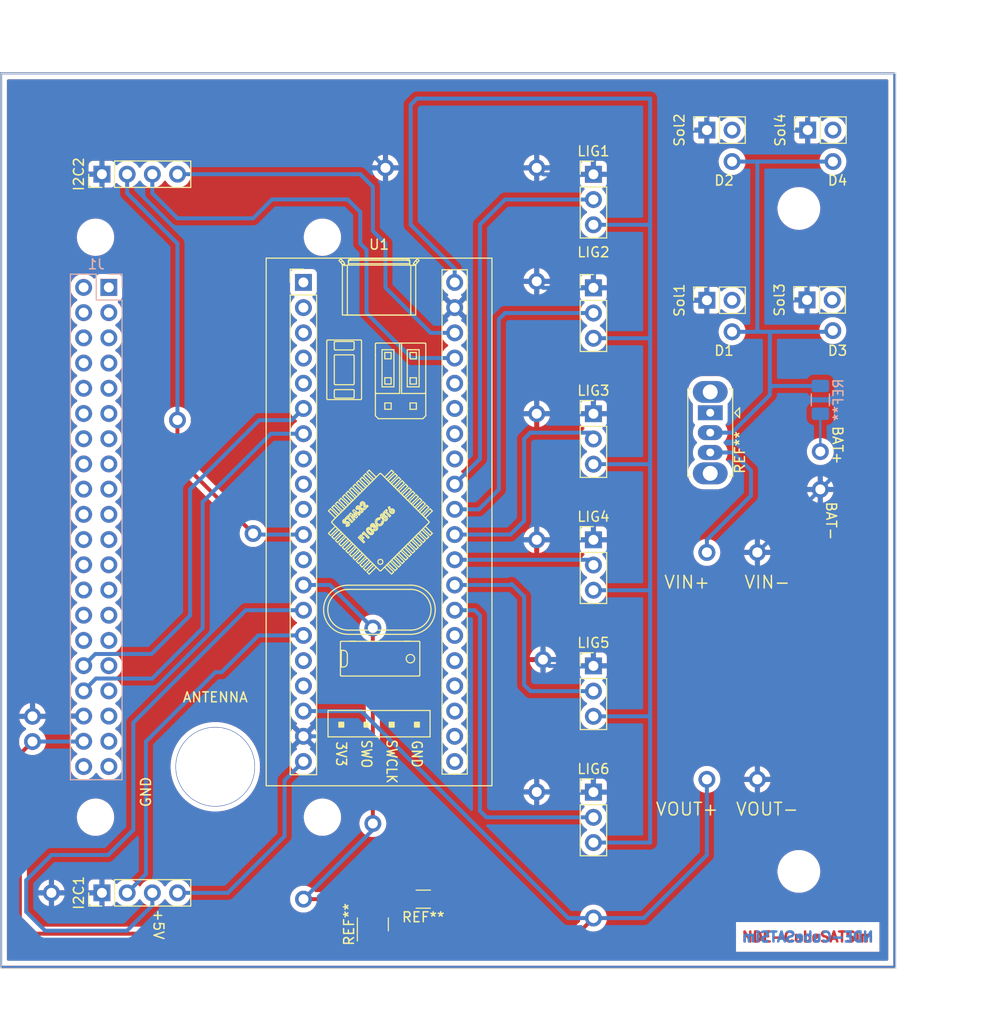
<source format=kicad_pcb>
(kicad_pcb (version 20211014) (generator pcbnew)
  (layers (0 "F.Cu" signal) (31 "B.Cu" signal) (34 "B.Paste" user) (35 "F.Paste" user) (36 "B.SilkS" user "B.Silkscreen") (37 "F.SilkS" user "F.Silkscreen") (38 "B.Mask" user) (39 "F.Mask" user) (44 "Edge.Cuts" user))
  (net 0 "")
  (net 20 "unconnected-(U1-Pad21)")
  (net 55 "GND")
  (net 56 "MCU")
  (footprint "" (layer "F.Cu") (at 44.45 28.575)
    (fp_text reference "" (at 0 0) (layer "F.SilkS") (effects (font (size 1.27 1.27))))
    (fp_text value "" (at 0 0) (layer "F.SilkS") (effects (font (size 1.27 1.27))))
    (pad "" np_thru_hole circle (at 0 0 90) (size 2.75 2.75) (drill 2.75) (layers F&B.Cu *.Mask))
  )
  (footprint "" (layer "F.Cu") (at 15.24 76.835)
    (fp_text reference "" (at 0 0) (layer "F.SilkS") (effects (font (size 1.27 1.27))))
    (fp_text value "" (at 0 0) (layer "F.SilkS") (effects (font (size 1.27 1.27))))
    (pad "" thru_hole oval (at 0 0 180) (size 1.7 1.7) (drill 1) (layers *.Cu *.Mask) (net 55 "GND"))
  )
  (footprint "" (layer "F.Cu") (at 21.59 28.575)
    (fp_text reference "" (at 0 0) (layer "F.SilkS") (effects (font (size 1.27 1.27))))
    (fp_text value "" (at 0 0) (layer "F.SilkS") (effects (font (size 1.27 1.27))))
    (pad "" np_thru_hole circle (at 0 0 90) (size 2.75 2.75) (drill 2.75) (layers F&B.Cu *.Mask))
  )
  (footprint "" (layer "F.Cu") (at 49.53 87.63)
    (fp_text reference "" (at 0 0) (layer "F.SilkS") (effects (font (size 1.27 1.27))))
    (fp_text value "" (at 0 0) (layer "F.SilkS") (effects (font (size 1.27 1.27))))
    (pad "" thru_hole oval (at 0 0 180) (size 1.7 1.7) (drill 1) (layers *.Cu *.Mask) (net 56 "MCU"))
  )
  (footprint "Connector_PinHeader_2.54mm:PinHeader_1x03_P2.54mm_Vertical" (layer "F.Cu") (at 71.755 71.755)
    (fp_text reference "LIG5" (at 0 -2.33) (layer "F.SilkS"))
    (fp_text value "PinHeader_1x03_P2.54mm_Vertical")
    (pad "1" thru_hole rect (at 0 0) (size 1.7 1.7) (drill 1) (layers *.Cu *.Mask) (net 55 "GND"))
    (pad "3" thru_hole oval (at 0 5.08) (size 1.7 1.7) (drill 1) (layers *.Cu *.Mask) (net 56 "MCU"))
    (pad "adc2" thru_hole oval (at 0 2.54) (size 1.7 1.7) (drill 1) (layers *.Cu *.Mask) (net 56 "MCU"))
  )
  (footprint "Connector_PinSocket_2.54mm:PinSocket_1x02_P2.54mm_Vertical" (layer "F.Cu") (at 93.345 17.78 90)
    (fp_text reference "Sol4" (at 0 -2.77 90) (layer "F.SilkS"))
    (fp_text value "PinSocket_1x02_P2.54mm_Vertical")
    (pad "1" thru_hole rect (at 0 0 90) (size 1.7 1.7) (drill 1) (layers *.Cu *.Mask) (net 55 "GND"))
    (pad "2" thru_hole oval (at 0 2.54 90) (size 1.7 1.7) (drill 1) (layers *.Cu *.Mask))
  )
  (footprint "" (layer "F.Cu") (at 85.725 38.1)
    (fp_text reference "" (at 0 0) (layer "F.SilkS") (effects (font (size 1.27 1.27))))
    (fp_text value "" (at 0 0) (layer "F.SilkS") (effects (font (size 1.27 1.27))))
    (pad "" thru_hole oval (at 0 0 180) (size 1.7 1.7) (drill 1) (layers *.Cu *.Mask) (net 56 "MCU"))
  )
  (footprint "" (layer "F.Cu") (at 66.04 84.455)
    (fp_text reference "" (at 0 0) (layer "F.SilkS") (effects (font (size 1.27 1.27))))
    (fp_text value "" (at 0 0) (layer "F.SilkS") (effects (font (size 1.27 1.27))))
    (pad "" thru_hole oval (at 0 0 180) (size 1.7 1.7) (drill 1) (layers *.Cu *.Mask) (net 55 "GND"))
  )
  (footprint "Connector_PinHeader_2.54mm:PinHeader_1x04_P2.54mm_Vertical" (layer "F.Cu") (at 22.235 94.615 90)
    (fp_text reference "I2C1" (at 0 -2.33 90) (layer "F.SilkS"))
    (fp_text value "PinHeader_1x04_P2.54mm_Vertical")
    (pad "1" thru_hole rect (at 0 0 90) (size 1.7 1.7) (drill 1) (layers *.Cu *.Mask) (net 55 "GND"))
    (pad "2" thru_hole oval (at 0 2.54 90) (size 1.7 1.7) (drill 1) (layers *.Cu *.Mask) (net 56 "MCU"))
    (pad "3" thru_hole oval (at 0 5.08 90) (size 1.7 1.7) (drill 1) (layers *.Cu *.Mask) (net 56 "MCU"))
    (pad "4" thru_hole oval (at 0 7.62 90) (size 1.7 1.7) (drill 1) (layers *.Cu *.Mask) (net 56 "MCU"))
  )
  (footprint "" (layer "F.Cu") (at 66.04 33.02)
    (fp_text reference "" (at 0 0) (layer "F.SilkS") (effects (font (size 1.27 1.27))))
    (fp_text value "" (at 0 0) (layer "F.SilkS") (effects (font (size 1.27 1.27))))
    (pad "" thru_hole oval (at 0 0 180) (size 1.7 1.7) (drill 1) (layers *.Cu *.Mask) (net 55 "GND"))
  )
  (footprint "Connector_PinHeader_2.54mm:PinHeader_1x03_P2.54mm_Vertical" (layer "F.Cu") (at 71.755 33.67)
    (fp_text reference "LIG2" (at 0 -3.585) (layer "F.SilkS"))
    (fp_text value "PinHeader_1x03_P2.54mm_Vertical")
    (pad "1" thru_hole rect (at 0 0) (size 1.7 1.7) (drill 1) (layers *.Cu *.Mask) (net 55 "GND"))
    (pad "3" thru_hole oval (at 0 5.08) (size 1.7 1.7) (drill 1) (layers *.Cu *.Mask) (net 56 "MCU"))
    (pad "adc5" thru_hole oval (at 0 2.54) (size 1.7 1.7) (drill 1) (layers *.Cu *.Mask) (net 56 "MCU"))
  )
  (footprint "" (layer "F.Cu") (at 83.185 60.325)
    (fp_text reference "" (at 0 0) (layer "F.SilkS") (effects (font (size 1.27 1.27))))
    (fp_text value "VIN+" (at -2 3) (layer "F.SilkS") (effects (font (size 1.27 1.27))))
    (pad "" thru_hole oval (at 0 0 180) (size 1.7 1.7) (drill 1) (layers *.Cu *.Mask) (net 56 "MCU"))
  )
  (footprint "" (layer "F.Cu") (at 66.04 59.055)
    (fp_text reference "" (at 0 0) (layer "F.SilkS") (effects (font (size 1.27 1.27))))
    (fp_text value "" (at 0 0) (layer "F.SilkS") (effects (font (size 1.27 1.27))))
    (pad "" thru_hole oval (at 0 0 180) (size 1.7 1.7) (drill 1) (layers *.Cu *.Mask) (net 55 "GND"))
  )
  (footprint "" (layer "F.Cu") (at 83.185 83.185)
    (fp_text reference "" (at 0 0) (layer "F.SilkS") (effects (font (size 1.27 1.27))))
    (fp_text value "VOUT+" (at -2 3) (layer "F.SilkS") (effects (font (size 1.27 1.27))))
    (pad "vbat" thru_hole oval (at 0 0 180) (size 1.7 1.7) (drill 1) (layers *.Cu *.Mask) (net 56 "MCU"))
  )
  (footprint "" (layer "F.Cu") (at 85.725 20.955)
    (fp_text reference "" (at 0 0) (layer "F.SilkS") (effects (font (size 1.27 1.27))))
    (fp_text value "" (at 0 0) (layer "F.SilkS") (effects (font (size 1.27 1.27))))
    (pad "" thru_hole oval (at 0 0 180) (size 1.7 1.7) (drill 1) (layers *.Cu *.Mask) (net 56 "MCU"))
  )
  (footprint "" (layer "F.Cu") (at 21.59 86.995)
    (fp_text reference "" (at 0 0) (layer "F.SilkS") (effects (font (size 1.27 1.27))))
    (fp_text value "" (at 0 0) (layer "F.SilkS") (effects (font (size 1.27 1.27))))
    (pad "" np_thru_hole circle (at 0 0 90) (size 2.75 2.75) (drill 2.75) (layers F&B.Cu *.Mask))
  )
  (footprint "Package_TO_SOT_SMD:SOT-23" (layer "F.Cu") (at 49.53 97.79 90)
    (fp_text reference "REF**" (at 0 -2.4 90) (layer "F.SilkS"))
    (fp_text value "SOT-23")
    (pad "1" smd roundrect (at -0.9375 -0.95 90) (size 1.475 0.6) (layers "F.Cu" "F.Paste" "F.Mask") (net 56 "MCU"))
    (pad "2" smd roundrect (at -0.9375 0.95 90) (size 1.475 0.6) (layers "F.Cu" "F.Paste" "F.Mask") (net 56 "MCU"))
    (pad "3" smd roundrect (at 0.9375 0 90) (size 1.475 0.6) (layers "F.Cu" "F.Paste" "F.Mask") (net 56 "MCU"))
  )
  (footprint "" (layer "F.Cu") (at 15.24 79.375)
    (fp_text reference "" (at 0 0) (layer "F.SilkS") (effects (font (size 1.27 1.27))))
    (fp_text value "" (at 0 0) (layer "F.SilkS") (effects (font (size 1.27 1.27))))
    (pad "" thru_hole oval (at 0 0 180) (size 1.7 1.7) (drill 1) (layers *.Cu *.Mask) (net 56 "MCU"))
  )
  (footprint "Connector_PinSocket_2.54mm:PinSocket_1x02_P2.54mm_Vertical" (layer "F.Cu") (at 93.271879 34.890293 90)
    (fp_text reference "Sol3" (at 0 -2.77 90) (layer "F.SilkS"))
    (fp_text value "PinSocket_1x02_P2.54mm_Vertical")
    (pad "1" thru_hole rect (at 0 0 90) (size 1.7 1.7) (drill 1) (layers *.Cu *.Mask) (net 55 "GND"))
    (pad "2" thru_hole oval (at 0 2.54 90) (size 1.7 1.7) (drill 1) (layers *.Cu *.Mask))
  )
  (footprint "" (layer "F.Cu") (at 88.265 83.185)
    (fp_text reference "" (at 0 0) (layer "F.SilkS") (effects (font (size 1.27 1.27))))
    (fp_text value "VOUT-" (at 1 3) (layer "F.SilkS") (effects (font (size 1.27 1.27))))
    (pad "bat_gnd" thru_hole oval (at 0 0 180) (size 1.7 1.7) (drill 1) (layers *.Cu *.Mask) (net 55 "GND"))
  )
  (footprint "" (layer "F.Cu") (at 29.845 46.99)
    (fp_text reference "" (at 0 0) (layer "F.SilkS") (effects (font (size 1.27 1.27))))
    (fp_text value "" (at 0 0) (layer "F.SilkS") (effects (font (size 1.27 1.27))))
    (pad "" thru_hole oval (at 0 0 180) (size 1.7 1.7) (drill 1) (layers *.Cu *.Mask) (net 56 "MCU"))
  )
  (footprint "" (layer "F.Cu") (at 83.185 60.325)
    (fp_text reference "" (at 0 0) (layer "F.SilkS") (effects (font (size 1.27 1.27))))
    (fp_text value "" (at 0 0) (layer "F.SilkS") (effects (font (size 1.27 1.27))))
    (pad "" thru_hole oval (at 0 0 180) (size 1.7 1.7) (drill 1) (layers *.Cu *.Mask) (net 56 "MCU"))
  )
  (footprint "" (layer "F.Cu") (at 44.45 86.995)
    (fp_text reference "" (at 0 0) (layer "F.SilkS") (effects (font (size 1.27 1.27))))
    (fp_text value "" (at 0 0) (layer "F.SilkS") (effects (font (size 1.27 1.27))))
    (pad "" np_thru_hole circle (at 0 0 90) (size 2.75 2.75) (drill 2.75) (layers F&B.Cu *.Mask))
  )
  (footprint "Connector_PinHeader_2.54mm:PinHeader_1x03_P2.54mm_Vertical" (layer "F.Cu") (at 71.755 84.47)
    (fp_text reference "LIG6" (at 0 -2.33) (layer "F.SilkS"))
    (fp_text value "PinHeader_1x03_P2.54mm_Vertical")
    (pad "1" thru_hole rect (at 0 0) (size 1.7 1.7) (drill 1) (layers *.Cu *.Mask) (net 55 "GND"))
    (pad "3" thru_hole oval (at 0 5.08) (size 1.7 1.7) (drill 1) (layers *.Cu *.Mask) (net 56 "MCU"))
    (pad "adc1" thru_hole oval (at 0 2.54) (size 1.7 1.7) (drill 1) (layers *.Cu *.Mask) (net 56 "MCU"))
  )
  (footprint "Connector_PinHeader_2.54mm:PinHeader_1x03_P2.54mm_Vertical" (layer "F.Cu") (at 71.755 59.055)
    (fp_text reference "LIG4" (at 0 -2.33) (layer "F.SilkS"))
    (fp_text value "PinHeader_1x03_P2.54mm_Vertical")
    (pad "1" thru_hole rect (at 0 0) (size 1.7 1.7) (drill 1) (layers *.Cu *.Mask) (net 55 "GND"))
    (pad "3" thru_hole oval (at 0 5.08) (size 1.7 1.7) (drill 1) (layers *.Cu *.Mask) (net 56 "MCU"))
    (pad "adc3" thru_hole oval (at 0 2.54) (size 1.7 1.7) (drill 1) (layers *.Cu *.Mask) (net 56 "MCU"))
  )
  (footprint "" (layer "F.Cu") (at 94.615 53.975)
    (fp_text reference "" (at 0 0) (layer "F.SilkS") (effects (font (size 1.27 1.27))))
    (fp_text value "" (at 0 0) (layer "F.SilkS") (effects (font (size 1.27 1.27))))
    (pad "" thru_hole oval (at 0 0 180) (size 1.7 1.7) (drill 1) (layers *.Cu *.Mask) (net 55 "GND"))
  )
  (footprint "" (layer "F.Cu") (at 88.265 60.325)
    (fp_text reference "" (at 0 0) (layer "F.SilkS") (effects (font (size 1.27 1.27))))
    (fp_text value "VIN-" (at 1 3) (layer "F.SilkS") (effects (font (size 1.27 1.27))))
    (pad "" thru_hole oval (at 0 0 180) (size 1.7 1.7) (drill 1) (layers *.Cu *.Mask) (net 55 "GND"))
  )
  (footprint "" (layer "F.Cu") (at 94.615 50.165)
    (fp_text reference "" (at 0 0) (layer "F.SilkS") (effects (font (size 1.27 1.27))))
    (fp_text value "" (at 0 0) (layer "F.SilkS") (effects (font (size 1.27 1.27))))
    (pad "" thru_hole oval (at 0 0 180) (size 1.7 1.7) (drill 1) (layers *.Cu *.Mask) (net 56 "MCU"))
  )
  (footprint "Connector_PinSocket_2.54mm:PinSocket_1x02_P2.54mm_Vertical" (layer "F.Cu") (at 83.185 17.78 90)
    (fp_text reference "Sol2" (at 0 -2.77 90) (layer "F.SilkS"))
    (fp_text value "PinSocket_1x02_P2.54mm_Vertical")
    (pad "1" thru_hole rect (at 0 0 90) (size 1.7 1.7) (drill 1) (layers *.Cu *.Mask) (net 55 "GND"))
    (pad "2" thru_hole oval (at 0 2.54 90) (size 1.7 1.7) (drill 1) (layers *.Cu *.Mask))
  )
  (footprint "MountingHole:MountingHole_6mm_Pad_TopOnly" (layer "F.Cu") (at 33.655 81.915)
    (fp_text reference "ANTENNA" (at 0 -7) (layer "F.SilkS"))
    (fp_text value "MountingHole_6mm_Pad_TopOnly")
    (pad "1" connect circle (at 0 0) (size 6 6) (layers *.Mask "F.Cu"))
    (pad "1" thru_hole circle (at 0 0) (size 8 8) (drill 7.9) (layers *.Cu *.Mask))
  )
  (footprint "Footprints:YAAJ_BluePill_1" (layer "F.Cu") (at 42.535 33.125)
    (fp_text reference "U1" (at 7.62 -3.81) (layer "F.SilkS"))
    (fp_text value "STM32F405RGTx" hide)
    (fp_text user "SWCLK" (at 8.89 48.26 270 unlocked) (layer "F.SilkS") (effects (font (size 1 0.9))))
    (fp_text user "3V3" (at 3.81 47.498 270 unlocked) (layer "F.SilkS") (effects (font (size 1 0.9))))
    (fp_text user "GND" (at 11.43 47.498 270 unlocked) (layer "F.SilkS") (effects (font (size 1 0.9))))
    (fp_text user "SWO" (at 6.35 47.498 270 unlocked) (layer "F.SilkS") (effects (font (size 1 0.9))))
    (pad "1" thru_hole rect locked (at 0 0) (size 1.7 1.7) (drill 1) (layers *.Cu *.Mask))
    (pad "2" thru_hole circle locked (at 0 2.54) (size 1.7 1.7) (drill 1) (layers *.Cu *.Mask))
    (pad "3" thru_hole circle locked (at 0 5.08) (size 1.7 1.7) (drill 1) (layers *.Cu *.Mask))
    (pad "4" thru_hole circle locked (at 0 7.62) (size 1.7 1.7) (drill 1) (layers *.Cu *.Mask))
    (pad "5" thru_hole circle locked (at 0 10.16) (size 1.7 1.7) (drill 1) (layers *.Cu *.Mask))
    (pad "6" thru_hole circle locked (at 0 12.7) (size 1.7 1.7) (drill 1) (layers *.Cu *.Mask) (net 56 "MCU"))
    (pad "7" thru_hole circle locked (at 0 15.24) (size 1.7 1.7) (drill 1) (layers *.Cu *.Mask) (net 56 "MCU"))
    (pad "8" thru_hole circle locked (at 0 17.78) (size 1.7 1.7) (drill 1) (layers *.Cu *.Mask))
    (pad "9" thru_hole circle locked (at 0 20.32) (size 1.7 1.7) (drill 1) (layers *.Cu *.Mask))
    (pad "10" thru_hole circle locked (at 0 22.86) (size 1.7 1.7) (drill 1) (layers *.Cu *.Mask))
    (pad "12" thru_hole circle locked (at 0 27.94) (size 1.7 1.7) (drill 1) (layers *.Cu *.Mask))
    (pad "13" thru_hole circle locked (at 0 30.48) (size 1.7 1.7) (drill 1) (layers *.Cu *.Mask) (net 56 "MCU"))
    (pad "16" thru_hole circle locked (at 0 38.1) (size 1.7 1.7) (drill 1) (layers *.Cu *.Mask))
    (pad "17" thru_hole circle locked (at 0 40.64) (size 1.7 1.7) (drill 1) (layers *.Cu *.Mask))
    (pad "18" thru_hole circle locked (at 0 43.18) (size 1.7 1.7) (drill 1) (layers *.Cu *.Mask) (net 56 "MCU"))
    (pad "20" thru_hole circle locked (at 0 48.26) (size 1.7 1.7) (drill 1) (layers *.Cu *.Mask) (net 56 "MCU"))
    (pad "22" thru_hole circle locked (at 15.24 45.72) (size 1.7 1.7) (drill 1) (layers *.Cu *.Mask))
    (pad "23" thru_hole circle locked (at 15.24 43.18) (size 1.7 1.7) (drill 1) (layers *.Cu *.Mask))
    (pad "24" thru_hole circle locked (at 15.24 40.64) (size 1.7 1.7) (drill 1) (layers *.Cu *.Mask))
    (pad "25" thru_hole circle locked (at 15.24 38.1) (size 1.7 1.7) (drill 1) (layers *.Cu *.Mask))
    (pad "26" thru_hole circle locked (at 15.24 35.56) (size 1.7 1.7) (drill 1) (layers *.Cu *.Mask))
    (pad "27" thru_hole circle locked (at 15.24 33.02) (size 1.7 1.7) (drill 1) (layers *.Cu *.Mask) (net 56 "MCU"))
    (pad "28" thru_hole circle locked (at 15.24 30.48) (size 1.7 1.7) (drill 1) (layers *.Cu *.Mask) (net 56 "MCU"))
    (pad "29" thru_hole circle locked (at 15.24 27.94) (size 1.7 1.7) (drill 1) (layers *.Cu *.Mask) (net 56 "MCU"))
    (pad "30" thru_hole circle locked (at 15.24 25.4) (size 1.7 1.7) (drill 1) (layers *.Cu *.Mask) (net 56 "MCU"))
    (pad "31" thru_hole circle locked (at 15.24 22.86) (size 1.7 1.7) (drill 1) (layers *.Cu *.Mask) (net 56 "MCU"))
    (pad "32" thru_hole circle locked (at 15.24 20.32) (size 1.7 1.7) (drill 1) (layers *.Cu *.Mask) (net 56 "MCU"))
    (pad "33" thru_hole circle locked (at 15.24 17.78) (size 1.7 1.7) (drill 1) (layers *.Cu *.Mask))
    (pad "34" thru_hole circle locked (at 15.24 15.24) (size 1.7 1.7) (drill 1) (layers *.Cu *.Mask))
    (pad "35" thru_hole circle locked (at 15.24 12.7) (size 1.7 1.7) (drill 1) (layers *.Cu *.Mask))
    (pad "36" thru_hole circle locked (at 15.24 10.16) (size 1.7 1.7) (drill 1) (layers *.Cu *.Mask))
    (pad "38" thru_hole circle locked (at 15.24 5.08) (size 1.7 1.7) (drill 1) (layers *.Cu *.Mask) (net 56 "MCU"))
    (pad "40" thru_hole circle locked (at 15.24 0) (size 1.7 1.7) (drill 1) (layers *.Cu *.Mask) (net 56 "MCU"))
    (pad "gnd" thru_hole circle locked (at 0 45.72) (size 1.7 1.7) (drill 1) (layers *.Cu *.Mask) (net 55 "GND"))
    (pad "gnd" thru_hole circle locked (at 15.24 2.54) (size 1.7 1.7) (drill 1) (layers *.Cu *.Mask) (net 55 "GND"))
    (pad "scl1" thru_hole circle locked (at 0 33.02) (size 1.7 1.7) (drill 1) (layers *.Cu *.Mask) (net 56 "MCU"))
    (pad "scl2" thru_hole circle locked (at 15.24 7.62) (size 1.7 1.7) (drill 1) (layers *.Cu *.Mask) (net 56 "MCU"))
    (pad "sda1" thru_hole circle locked (at 0 35.56) (size 1.7 1.7) (drill 1) (layers *.Cu *.Mask) (net 56 "MCU"))
    (pad "sda2" thru_hole circle locked (at 0 25.4) (size 1.7 1.7) (drill 1) (layers *.Cu *.Mask) (net 56 "MCU"))
    (pad "vbat" thru_hole circle locked (at 15.24 48.26) (size 1.7 1.7) (drill 1) (layers *.Cu *.Mask))
  )
  (footprint "" (layer "F.Cu") (at 88.265 60.325)
    (fp_text reference "" (at 0 0) (layer "F.SilkS") (effects (font (size 1.27 1.27))))
    (fp_text value "" (at 0 0) (layer "F.SilkS") (effects (font (size 1.27 1.27))))
    (pad "" thru_hole oval (at 0 0 180) (size 1.7 1.7) (drill 1) (layers *.Cu *.Mask) (net 55 "GND"))
  )
  (footprint "" (layer "F.Cu") (at 66.04 46.355)
    (fp_text reference "" (at 0 0) (layer "F.SilkS") (effects (font (size 1.27 1.27))))
    (fp_text value "" (at 0 0) (layer "F.SilkS") (effects (font (size 1.27 1.27))))
    (pad "" thru_hole oval (at 0 0 180) (size 1.7 1.7) (drill 1) (layers *.Cu *.Mask) (net 55 "GND"))
  )
  (footprint "" (layer "F.Cu") (at 111.38 81.64)
    (fp_text reference "" (at 0 0) (layer "F.SilkS") (effects (font (size 1.27 1.27))))
    (fp_text value "" (at 0 0) (layer "F.SilkS") (effects (font (size 1.27 1.27))))
    (pad "" np_thru_hole circle (at -18.925 -55.965 90) (size 3.3 3.3) (drill 3.3) (layers F&B.Cu *.Mask))
  )
  (footprint "" (layer "F.Cu") (at 71.755 97.155)
    (fp_text reference "" (at 0 0) (layer "F.SilkS") (effects (font (size 1.27 1.27))))
    (fp_text value "" (at 0 0) (layer "F.SilkS") (effects (font (size 1.27 1.27))))
    (pad "" thru_hole oval (at 0 0 180) (size 1.7 1.7) (drill 1) (layers *.Cu *.Mask) (net 56 "MCU"))
  )
  (footprint "" (layer "F.Cu") (at 37.465 58.42)
    (fp_text reference "" (at 0 0) (layer "F.SilkS") (effects (font (size 1.27 1.27))))
    (fp_text value "" (at 0 0) (layer "F.SilkS") (effects (font (size 1.27 1.27))))
    (pad "" thru_hole oval (at 0 0 180) (size 1.7 1.7) (drill 1) (layers *.Cu *.Mask) (net 56 "MCU"))
  )
  (footprint "Resistor_SMD:R_1206_3216Metric" (layer "F.Cu") (at 54.61 95.25 180)
    (fp_text reference "REF**" (at 0 -1.82) (layer "F.SilkS"))
    (fp_text value "R_1206_3216Metric")
    (pad "1" smd roundrect (at -1.4625 0 180) (size 1.125 1.75) (layers "F.Cu" "F.Paste" "F.Mask") (roundrect_rratio 0.2222222222) (net 56 "MCU"))
    (pad "2" smd roundrect (at 1.4625 0 180) (size 1.125 1.75) (layers "F.Cu" "F.Paste" "F.Mask") (roundrect_rratio 0.2222222222) (net 56 "MCU"))
  )
  (footprint "" (layer "F.Cu") (at 42.545 95.25)
    (fp_text reference "" (at 0 0) (layer "F.SilkS") (effects (font (size 1.27 1.27))))
    (fp_text value "" (at 0 0) (layer "F.SilkS") (effects (font (size 1.27 1.27))))
    (pad "" thru_hole oval (at 0 0 180) (size 1.7 1.7) (drill 1) (layers *.Cu *.Mask) (net 56 "MCU"))
  )
  (footprint "" (layer "F.Cu") (at 95.874031 37.981387)
    (fp_text reference "" (at 0 0) (layer "F.SilkS") (effects (font (size 1.27 1.27))))
    (fp_text value "" (at 0 0) (layer "F.SilkS") (effects (font (size 1.27 1.27))))
    (pad "" thru_hole oval (at 0 0 180) (size 1.7 1.7) (drill 1) (layers *.Cu *.Mask) (net 56 "MCU"))
  )
  (footprint "Connector_PinSocket_2.54mm:PinSocket_1x02_P2.54mm_Vertical" (layer "F.Cu") (at 83.185 34.925 90)
    (fp_text reference "Sol1" (at 0 -2.77 90) (layer "F.SilkS"))
    (fp_text value "PinSocket_1x02_P2.54mm_Vertical")
    (pad "1" thru_hole rect (at 0 0 90) (size 1.7 1.7) (drill 1) (layers *.Cu *.Mask) (net 55 "GND"))
    (pad "2" thru_hole oval (at 0 2.54 90) (size 1.7 1.7) (drill 1) (layers *.Cu *.Mask))
  )
  (footprint "" (layer "F.Cu") (at 49.53 67.945)
    (fp_text reference "" (at 0 0) (layer "F.SilkS") (effects (font (size 1.27 1.27))))
    (fp_text value "" (at 0 0) (layer "F.SilkS") (effects (font (size 1.27 1.27))))
    (pad "vbat" thru_hole oval (at 0 0 180) (size 1.7 1.7) (drill 1) (layers *.Cu *.Mask) (net 56 "MCU"))
  )
  (footprint "Connector_PinHeader_2.54mm:PinHeader_1x03_P2.54mm_Vertical" (layer "F.Cu") (at 71.755 22.24)
    (fp_text reference "LIG1" (at 0 -2.33) (layer "F.SilkS"))
    (fp_text value "PinHeader_1x03_P2.54mm_Vertical")
    (pad "1" thru_hole rect (at 0 0) (size 1.7 1.7) (drill 1) (layers *.Cu *.Mask) (net 55 "GND"))
    (pad "3" thru_hole oval (at 0 5.08) (size 1.7 1.7) (drill 1) (layers *.Cu *.Mask) (net 56 "MCU"))
    (pad "adc6" thru_hole oval (at 0 2.54) (size 1.7 1.7) (drill 1) (layers *.Cu *.Mask) (net 56 "MCU"))
  )
  (footprint "" (layer "F.Cu") (at 66.675 71.12)
    (fp_text reference "" (at 0 0) (layer "F.SilkS") (effects (font (size 1.27 1.27))))
    (fp_text value "" (at 0 0) (layer "F.SilkS") (effects (font (size 1.27 1.27))))
    (pad "" thru_hole oval (at 0 0 180) (size 1.7 1.7) (drill 1) (layers *.Cu *.Mask) (net 55 "GND"))
  )
  (footprint "" (layer "F.Cu") (at 95.885 20.955)
    (fp_text reference "" (at 0 0) (layer "F.SilkS") (effects (font (size 1.27 1.27))))
    (fp_text value "" (at 0 0) (layer "F.SilkS") (effects (font (size 1.27 1.27))))
    (pad "" thru_hole oval (at 0 0 180) (size 1.7 1.7) (drill 1) (layers *.Cu *.Mask) (net 56 "MCU"))
  )
  (footprint "" (layer "F.Cu") (at 17.145 18.415)
    (fp_text reference "" (at 0 0) (layer "F.SilkS") (effects (font (size 1.27 1.27))))
    (fp_text value "" (at 0 0) (layer "F.SilkS") (effects (font (size 1.27 1.27))))
    (pad "" np_thru_hole circle (at 75.31 74.04 90) (size 3.3 3.3) (drill 3.3) (layers F&B.Cu *.Mask))
  )
  (footprint "Connector_PinHeader_2.54mm:PinHeader_1x03_P2.54mm_Vertical" (layer "F.Cu") (at 71.755 46.355)
    (fp_text reference "LIG3" (at 0 -2.33) (layer "F.SilkS"))
    (fp_text value "PinHeader_1x03_P2.54mm_Vertical")
    (pad "1" thru_hole rect (at 0 0) (size 1.7 1.7) (drill 1) (layers *.Cu *.Mask) (net 55 "GND"))
    (pad "3" thru_hole oval (at 0 5.08) (size 1.7 1.7) (drill 1) (layers *.Cu *.Mask) (net 56 "MCU"))
    (pad "adc4" thru_hole oval (at 0 2.54) (size 1.7 1.7) (drill 1) (layers *.Cu *.Mask) (net 56 "MCU"))
  )
  (footprint "" (layer "F.Cu") (at 66.04 21.59)
    (fp_text reference "" (at 0 0) (layer "F.SilkS") (effects (font (size 1.27 1.27))))
    (fp_text value "" (at 0 0) (layer "F.SilkS") (effects (font (size 1.27 1.27))))
    (pad "" thru_hole oval (at 0 0 180) (size 1.7 1.7) (drill 1) (layers *.Cu *.Mask) (net 55 "GND"))
  )
  (footprint "Connector_PinHeader_2.54mm:PinHeader_1x04_P2.54mm_Vertical" (layer "F.Cu") (at 22.235 22.225 90)
    (fp_text reference "I2C2" (at 0 -2.33 90) (layer "F.SilkS"))
    (fp_text value "PinHeader_1x04_P2.54mm_Vertical")
    (pad "1" thru_hole rect (at 0 0 90) (size 1.7 1.7) (drill 1) (layers *.Cu *.Mask) (net 55 "GND"))
    (pad "2" thru_hole oval (at 0 2.54 90) (size 1.7 1.7) (drill 1) (layers *.Cu *.Mask) (net 56 "MCU"))
    (pad "3" thru_hole oval (at 0 5.08 90) (size 1.7 1.7) (drill 1) (layers *.Cu *.Mask) (net 56 "MCU"))
    (pad "4" thru_hole oval (at 0 7.62 90) (size 1.7 1.7) (drill 1) (layers *.Cu *.Mask) (net 56 "MCU"))
  )
  (footprint "" (layer "F.Cu") (at 50.8 21.59)
    (fp_text reference "" (at 0 0) (layer "F.SilkS") (effects (font (size 1.27 1.27))))
    (fp_text value "" (at 0 0) (layer "F.SilkS") (effects (font (size 1.27 1.27))))
    (pad "" thru_hole oval (at 0 0 180) (size 1.7 1.7) (drill 1) (layers *.Cu *.Mask) (net 55 "GND"))
  )
  (footprint "Button_Switch_THT:SW_Slide_1P2T_CK_OS102011MS2Q" (layer "F.Cu") (at 83.5225 46.26 -90)
    (fp_text reference "REF**" (at 3.99 -2.99 90) (layer "F.SilkS"))
    (fp_text value "SW_Slide_1P2T_CK_OS102011MS2Q")
    (pad "" thru_hole oval (at -2.1 0 270) (size 2.2 3.5) (drill 1.5) (layers *.Cu *.Mask) (net 56 "MCU"))
    (pad "" thru_hole oval (at 6.1 0 270) (size 2.2 3.5) (drill 1.5) (layers *.Cu *.Mask) (net 56 "MCU"))
    (pad "1" thru_hole rect (at 0 0 270) (size 1.5 2.5) (drill 0.8) (layers *.Cu *.Mask) (net 56 "MCU"))
    (pad "2" thru_hole oval (at 2 0 270) (size 1.5 2.5) (drill 0.8) (layers *.Cu *.Mask) (net 56 "MCU"))
    (pad "3" thru_hole oval (at 4 0 270) (size 1.5 2.5) (drill 0.8) (layers *.Cu *.Mask) (net 56 "MCU"))
  )
  (footprint "" (layer "F.Cu") (at 17.145 94.615)
    (fp_text reference "" (at 0 0) (layer "F.SilkS") (effects (font (size 1.27 1.27))))
    (fp_text value "" (at 0 0) (layer "F.SilkS") (effects (font (size 1.27 1.27))))
    (pad "" thru_hole oval (at 0 0 180) (size 1.7 1.7) (drill 1) (layers *.Cu *.Mask) (net 55 "GND"))
  )
  (footprint "Connector_PinHeader_2.54mm:PinHeader_2x20_P2.54mm_Vertical" (layer "B.Cu") (at 22.93 33.63 180)
    (fp_text reference "J1" (at 1.27 2.33) (layer "B.SilkS") (effects (justify mirror)))
    (fp_text value "Conn_02x20_Top_Bottom")
    (pad "1" thru_hole rect (at 0 0 180) (size 1.7 1.7) (drill 1) (layers *.Cu *.Mask))
    (pad "2" thru_hole oval (at 2.54 0 180) (size 1.7 1.7) (drill 1) (layers *.Cu *.Mask))
    (pad "3" thru_hole oval (at 0 -2.54 180) (size 1.7 1.7) (drill 1) (layers *.Cu *.Mask))
    (pad "4" thru_hole oval (at 2.54 -2.54 180) (size 1.7 1.7) (drill 1) (layers *.Cu *.Mask))
    (pad "5" thru_hole oval (at 0 -5.08 180) (size 1.7 1.7) (drill 1) (layers *.Cu *.Mask))
    (pad "6" thru_hole oval (at 2.54 -5.08 180) (size 1.7 1.7) (drill 1) (layers *.Cu *.Mask))
    (pad "7" thru_hole oval (at 0 -7.62 180) (size 1.7 1.7) (drill 1) (layers *.Cu *.Mask))
    (pad "8" thru_hole oval (at 2.54 -7.62 180) (size 1.7 1.7) (drill 1) (layers *.Cu *.Mask))
    (pad "9" thru_hole oval (at 0 -10.16 180) (size 1.7 1.7) (drill 1) (layers *.Cu *.Mask))
    (pad "10" thru_hole oval (at 2.54 -10.16 180) (size 1.7 1.7) (drill 1) (layers *.Cu *.Mask))
    (pad "11" thru_hole oval (at 0 -12.7 180) (size 1.7 1.7) (drill 1) (layers *.Cu *.Mask))
    (pad "12" thru_hole oval (at 2.54 -12.7 180) (size 1.7 1.7) (drill 1) (layers *.Cu *.Mask))
    (pad "13" thru_hole oval (at 0 -15.24 180) (size 1.7 1.7) (drill 1) (layers *.Cu *.Mask))
    (pad "14" thru_hole oval (at 2.54 -15.24 180) (size 1.7 1.7) (drill 1) (layers *.Cu *.Mask))
    (pad "15" thru_hole oval (at 0 -17.78 180) (size 1.7 1.7) (drill 1) (layers *.Cu *.Mask))
    (pad "16" thru_hole oval (at 2.54 -17.78 180) (size 1.7 1.7) (drill 1) (layers *.Cu *.Mask))
    (pad "17" thru_hole oval (at 0 -20.32 180) (size 1.7 1.7) (drill 1) (layers *.Cu *.Mask))
    (pad "18" thru_hole oval (at 2.54 -20.32 180) (size 1.7 1.7) (drill 1) (layers *.Cu *.Mask))
    (pad "19" thru_hole oval (at 0 -22.86 180) (size 1.7 1.7) (drill 1) (layers *.Cu *.Mask))
    (pad "20" thru_hole oval (at 2.54 -22.86 180) (size 1.7 1.7) (drill 1) (layers *.Cu *.Mask))
    (pad "21" thru_hole oval (at 0 -25.4 180) (size 1.7 1.7) (drill 1) (layers *.Cu *.Mask))
    (pad "22" thru_hole oval (at 2.54 -25.4 180) (size 1.7 1.7) (drill 1) (layers *.Cu *.Mask))
    (pad "23" thru_hole oval (at 0 -27.94 180) (size 1.7 1.7) (drill 1) (layers *.Cu *.Mask))
    (pad "24" thru_hole oval (at 2.54 -27.94 180) (size 1.7 1.7) (drill 1) (layers *.Cu *.Mask))
    (pad "25" thru_hole oval (at 0 -30.48 180) (size 1.7 1.7) (drill 1) (layers *.Cu *.Mask))
    (pad "26" thru_hole oval (at 2.54 -30.48 180) (size 1.7 1.7) (drill 1) (layers *.Cu *.Mask))
    (pad "27" thru_hole oval (at 0 -33.02 180) (size 1.7 1.7) (drill 1) (layers *.Cu *.Mask))
    (pad "28" thru_hole oval (at 2.54 -33.02 180) (size 1.7 1.7) (drill 1) (layers *.Cu *.Mask))
    (pad "29" thru_hole oval (at 0 -35.56 180) (size 1.7 1.7) (drill 1) (layers *.Cu *.Mask))
    (pad "30" thru_hole oval (at 2.54 -35.56 180) (size 1.7 1.7) (drill 1) (layers *.Cu *.Mask))
    (pad "31" thru_hole oval (at 0 -38.1 180) (size 1.7 1.7) (drill 1) (layers *.Cu *.Mask))
    (pad "32" thru_hole oval (at 2.54 -38.1 180) (size 1.7 1.7) (drill 1) (layers *.Cu *.Mask) (net 56 "MCU"))
    (pad "33" thru_hole oval (at 0 -40.64 180) (size 1.7 1.7) (drill 1) (layers *.Cu *.Mask))
    (pad "34" thru_hole oval (at 2.54 -40.64 180) (size 1.7 1.7) (drill 1) (layers *.Cu *.Mask) (net 56 "MCU"))
    (pad "35" thru_hole oval (at 0 -43.18 180) (size 1.7 1.7) (drill 1) (layers *.Cu *.Mask))
    (pad "36" thru_hole oval (at 2.54 -43.18 180) (size 1.7 1.7) (drill 1) (layers *.Cu *.Mask) (net 55 "GND"))
    (pad "37" thru_hole oval (at 0 -45.72 180) (size 1.7 1.7) (drill 1) (layers *.Cu *.Mask))
    (pad "38" thru_hole oval (at 2.54 -45.72 180) (size 1.7 1.7) (drill 1) (layers *.Cu *.Mask) (net 56 "MCU"))
    (pad "39" thru_hole oval (at 0 -48.26 180) (size 1.7 1.7) (drill 1) (layers *.Cu *.Mask))
    (pad "40" thru_hole oval (at 2.54 -48.26 180) (size 1.7 1.7) (drill 1) (layers *.Cu *.Mask))
  )
  (footprint "Fuse:Fuse_1206_3216Metric" (layer "B.Cu") (at 94.615 44.955 90)
    (fp_text reference "REF**" (at 0 1.82 90) (layer "B.SilkS") (effects (justify mirror)))
    (fp_text value "Fuse_1206_3216Metric")
    (pad "1" smd roundrect (at -1.4 0 90) (size 1.25 1.75) (layers "B.Cu" "B.Paste" "B.Mask") (roundrect_rratio 0.2) (net 56 "MCU"))
    (pad "2" smd roundrect (at 1.4 0 90) (size 1.25 1.75) (layers "B.Cu" "B.Paste" "B.Mask") (roundrect_rratio 0.2) (net 56 "MCU"))
  )
  (gr_rect (start 12.065 12.065) (end 102.065 102.065) (layer "F.Cu") (width 0.2) (fill none))
  (gr_rect (start 12.065 12.065) (end 102.065 102.065) (layer "B.Cu") (width 0.2) (fill none))
  (gr_rect (start 12.065 12.065) (end 102.235 102.235) (layer "Edge.Cuts") (width 0.1) (fill none))
  (gr_text "NDE-CubeSATSim" (at 93.345 99.06) (layer "F.Cu") (effects (font (size 1 1) (thickness 0.25))))
  (gr_text "NDE-CubeSATSim" (at 93.345 99.06) (layer "B.Cu") (effects (font (size 1 1) (thickness 0.25)) (justify mirror)))
  (gr_text "GND" (at 26.67 84.455 90) (layer "F.SilkS") (effects (font (size 1 1))))
  (gr_text "+5V" (at 27.94 97.79 270) (layer "F.SilkS") (effects (font (size 1 1))))
  (gr_text "D3" (at 96.35 40.005) (layer "F.SilkS") (effects (font (size 1 1))))
  (gr_text "BAT-" (at 95.715 57.15 270) (layer "F.SilkS") (effects (font (size 1 1))))
  (gr_text "D2" (at 84.92 22.86) (layer "F.SilkS") (effects (font (size 1 1))))
  (gr_text "BAT+" (at 96.35 49.53 270) (layer "F.SilkS") (effects (font (size 1 1))))
  (gr_text "D1" (at 84.92 40.005) (layer "F.SilkS") (effects (font (size 1 1))))
  (gr_text "D4" (at 96.35 22.86) (layer "F.SilkS") (effects (font (size 1 1))))
  (segment (start 57.785 82.031396) (end 57.456802 81.703198) (width 0.25) (layer "F.Cu") (net 0))
  (segment (start 57.775 81.385) (end 58.305 81.915) (width 0.25) (layer "F.Cu") (net 20))
  (segment (start 62.865 46.355) (end 65.405 46.355) (width 0.4) (layer "F.Cu") (net 55))
  (segment (start 19.685 19.05) (end 15.24 23.495) (width 0.4) (layer "F.Cu") (net 55))
  (segment (start 17.145 92.71) (end 17.145 94.615) (width 0.4) (layer "F.Cu") (net 55))
  (segment (start 18.415 91.44) (end 17.145 92.71) (width 0.4) (layer "F.Cu") (net 55))
  (segment (start 62.865 71.12) (end 62.865 84.455) (width 0.4) (layer "F.Cu") (net 55))
  (segment (start 50.8 21.59) (end 34.29 21.59) (width 0.4) (layer "F.Cu") (net 55))
  (segment (start 62.865 21.59) (end 63.5 21.59) (width 0.4) (layer "F.Cu") (net 55))
  (segment (start 50.8 21.59) (end 62.865 21.59) (width 0.4) (layer "F.Cu") (net 55))
  (segment (start 56.515 91.44) (end 18.415 91.44) (width 0.4) (layer "F.Cu") (net 55))
  (segment (start 62.865 46.355) (end 62.865 59.055) (width 0.4) (layer "F.Cu") (net 55))
  (segment (start 62.865 59.055) (end 62.865 71.12) (width 0.4) (layer "F.Cu") (net 55))
  (segment (start 62.865 71.12) (end 66.675 71.12) (width 0.4) (layer "F.Cu") (net 55))
  (segment (start 31.75 19.05) (end 19.685 19.05) (width 0.4) (layer "F.Cu") (net 55))
  (segment (start 15.24 23.495) (end 15.24 76.835) (width 0.4) (layer "F.Cu") (net 55))
  (segment (start 62.865 33.02) (end 62.865 46.355) (width 0.4) (layer "F.Cu") (net 55))
  (segment (start 34.29 21.59) (end 31.75 19.05) (width 0.4) (layer "F.Cu") (net 55))
  (segment (start 62.865 33.02) (end 65.405 33.02) (width 0.4) (layer "F.Cu") (net 55))
  (segment (start 62.865 59.055) (end 65.405 59.055) (width 0.4) (layer "F.Cu") (net 55))
  (segment (start 62.865 21.59) (end 62.865 33.02) (width 0.4) (layer "F.Cu") (net 55))
  (segment (start 56.515 91.44) (end 62.865 85.09) (width 0.4) (layer "F.Cu") (net 55))
  (segment (start 62.865 84.455) (end 65.405 84.455) (width 0.4) (layer "F.Cu") (net 55))
  (segment (start 17.145 93.345) (end 17.145 93.98) (width 0.2) (layer "F.Cu") (net 55))
  (segment (start 66.04 21.59) (end 62.865 21.59) (width 0.4) (layer "F.Cu") (net 55))
  (segment (start 62.865 85.09) (end 62.865 84.455) (width 0.4) (layer "F.Cu") (net 55))
  (segment (start 100.33 14.605) (end 100.33 26.035) (width 0.4) (layer "B.Cu") (net 55))
  (segment (start 81.915 99.695) (end 66.675 99.695) (width 0.4) (layer "B.Cu") (net 55))
  (segment (start 50.8 26.67) (end 50.8 21.59) (width 0.4) (layer "B.Cu") (net 55))
  (segment (start 93.271879 31.823121) (end 93.271879 34.890293) (width 0.4) (layer "B.Cu") (net 55))
  (segment (start 57.775 35.665) (end 52.07 29.96) (width 0.4) (layer "B.Cu") (net 55))
  (segment (start 45.825 78.845) (end 42.535 78.845) (width 0.4) (layer "B.Cu") (net 55))
  (segment (start 66.69 33.67) (end 66.04 33.02) (width 0.4) (layer "B.Cu") (net 55))
  (segment (start 52.07 27.94) (end 50.8 26.67) (width 0.4) (layer "B.Cu") (net 55))
  (segment (start 52.07 29.96) (end 52.07 27.94) (width 0.4) (layer "B.Cu") (net 55))
  (segment (start 66.675 71.755) (end 66.04 71.12) (width 0.4) (layer "B.Cu") (net 55))
  (segment (start 71.755 33.67) (end 66.69 33.67) (width 0.4) (layer "B.Cu") (net 55))
  (segment (start 15.24 76.835) (end 20.365 76.835) (width 0.4) (layer "B.Cu") (net 55))
  (segment (start 93.345 17.78) (end 93.345 13.97) (width 0.4) (layer "B.Cu") (net 55))
  (segment (start 99.695 13.97) (end 100.33 14.605) (width 0.4) (layer "B.Cu") (net 55))
  (segment (start 83.185 17.78) (end 83.185 25.4) (width 0.4) (layer "B.Cu") (net 55))
  (segment (start 20.365 76.835) (end 20.39 76.81) (width 0.4) (layer "B.Cu") (net 55))
  (segment (start 93.345 13.97) (end 83.82 13.97) (width 0.4) (layer "B.Cu") (net 55))
  (segment (start 88.265 93.345) (end 81.915 99.695) (width 0.4) (layer "B.Cu") (net 55))
  (segment (start 22.235 22.225) (end 22.235 20.31) (width 0.4) (layer "B.Cu") (net 55))
  (segment (start 100.33 24.765) (end 100.33 26.035) (width 0.4) (layer "B.Cu") (net 55))
  (segment (start 67.31 71.755) (end 66.675 71.12) (width 0.4) (layer "B.Cu") (net 55))
  (segment (start 100.33 26.035) (end 100.33 48.26) (width 0.4) (layer "B.Cu") (net 55))
  (segment (start 22.235 20.31) (end 24.13 18.415) (width 0.4) (layer "B.Cu") (net 55))
  (segment (start 83.185 25.4) (end 83.185 20.32) (width 0.4) (layer "B.Cu") (net 55))
  (segment (start 66.055 84.47) (end 66.04 84.455) (width 0.4) (layer "B.Cu") (net 55))
  (segment (start 83.82 13.97) (end 83.185 14.605) (width 0.4) (layer "B.Cu") (net 55))
  (segment (start 88.265 83.185) (end 88.265 93.345) (width 0.4) (layer "B.Cu") (net 55))
  (segment (start 47.625 18.415) (end 50.8 21.59) (width 0.4) (layer "B.Cu") (net 55))
  (segment (start 66.69 22.24) (end 66.04 21.59) (width 0.4) (layer "B.Cu") (net 55))
  (segment (start 66.675 99.695) (end 45.825 78.845) (width 0.4) (layer "B.Cu") (net 55))
  (segment (start 71.755 84.47) (end 66.055 84.47) (width 0.4) (layer "B.Cu") (net 55))
  (segment (start 24.13 18.415) (end 47.625 18.415) (width 0.4) (layer "B.Cu") (net 55))
  (segment (start 71.755 71.755) (end 67.31 71.755) (width 0.4) (layer "B.Cu") (net 55))
  (segment (start 71.755 46.355) (end 66.04 46.355) (width 0.4) (layer "B.Cu") (net 55))
  (segment (start 22.235 94.615) (end 17.145 94.615) (width 0.2) (layer "B.Cu") (net 55))
  (segment (start 88.265 60.325) (end 88.265 83.185) (width 0.4) (layer "B.Cu") (net 55))
  (segment (start 83.185 14.605) (end 83.185 17.78) (width 0.4) (layer "B.Cu") (net 55))
  (segment (start 100.33 48.26) (end 88.265 60.325) (width 0.4) (layer "B.Cu") (net 55))
  (segment (start 93.345 13.97) (end 99.695 13.97) (width 0.4) (layer "B.Cu") (net 55))
  (segment (start 100.33 24.765) (end 93.271879 31.823121) (width 0.4) (layer "B.Cu") (net 55))
  (segment (start 71.755 59.055) (end 66.04 59.055) (width 0.4) (layer "B.Cu") (net 55))
  (segment (start 71.755 22.24) (end 66.69 22.24) (width 0.4) (layer "B.Cu") (net 55))
  (segment (start 83.185 25.4) (end 83.185 34.925) (width 0.4) (layer "B.Cu") (net 55))
  (segment (start 42.545 95.25) (end 47.9275 95.25) (width 0.4) (layer "F.Cu") (net 56))
  (segment (start 49.53 96.8525) (end 51.1325 95.25) (width 0.4) (layer "F.Cu") (net 56))
  (segment (start 51.1325 95.25) (end 53.1475 95.25) (width 0.4) (layer "F.Cu") (net 56))
  (segment (start 47.9275 95.25) (end 49.53 96.8525) (width 0.4) (layer "F.Cu") (net 56))
  (segment (start 71.755 97.155) (end 69.85 99.06) (width 0.4) (layer "F.Cu") (net 56))
  (segment (start 15.5425 98.7275) (end 48.58 98.7275) (width 0.4) (layer "F.Cu") (net 56))
  (segment (start 13.97 80.645) (end 15.24 79.375) (width 0.4) (layer "F.Cu") (net 56))
  (segment (start 49.53 87.63) (end 49.53 68.58) (width 0.4) (layer "F.Cu") (net 56))
  (segment (start 50.8125 99.06) (end 50.48 98.7275) (width 0.4) (layer "F.Cu") (net 56))
  (segment (start 69.85 99.06) (end 50.8125 99.06) (width 0.4) (layer "F.Cu") (net 56))
  (segment (start 56.0725 98.8675) (end 56.0725 95.25) (width 0.4) (layer "F.Cu") (net 56))
  (segment (start 13.97 97.155) (end 15.5425 98.7275) (width 0.4) (layer "F.Cu") (net 56))
  (segment (start 37.465 58.42) (end 29.845 50.8) (width 0.4) (layer "F.Cu") (net 56))
  (segment (start 13.97 97.155) (end 13.97 80.645) (width 0.4) (layer "F.Cu") (net 56))
  (segment (start 21.14 74.27) (end 20.39 74.27) (width 0.25) (layer "F.Cu") (net 56))
  (segment (start 29.845 50.8) (end 29.845 47.625) (width 0.4) (layer "F.Cu") (net 56))
  (segment (start 56.0725 98.8675) (end 55.88 99.06) (width 0.4) (layer "F.Cu") (net 56))
  (segment (start 77.47 51.435) (end 77.47 64.135) (width 0.4) (layer "B.Cu") (net 56))
  (segment (start 60.325 86.36) (end 60.975 87.01) (width 0.4) (layer "B.Cu") (net 56))
  (segment (start 42.535 45.825) (end 41.36 47) (width 0.4) (layer "B.Cu") (net 56))
  (segment (start 77.47 27.305) (end 77.455 27.32) (width 0.4) (layer "B.Cu") (net 56))
  (segment (start 87.63 52.07) (end 87.63 54.61) (width 0.4) (layer "B.Cu") (net 56))
  (segment (start 77.47 76.835) (end 77.47 89.535) (width 0.4) (layer "B.Cu") (net 56))
  (segment (start 17.145 90.805) (end 14.605 93.345) (width 0.4) (layer "B.Cu") (net 56))
  (segment (start 53.445 40.745) (end 48.895 36.195) (width 0.4) (layer "B.Cu") (net 56))
  (segment (start 63.395 63.605) (end 63.5 63.5) (width 0.4) (layer "B.Cu") (net 56))
  (segment (start 62.85 36.21) (end 71.755 36.21) (width 0.4) (layer "B.Cu") (net 56))
  (segment (start 77.455 38.75) (end 71.755 38.75) (width 0.4) (layer "B.Cu") (net 56))
  (segment (start 40.64 88.9) (end 40.64 83.28) (width 0.4) (layer "B.Cu") (net 56))
  (segment (start 22.86 90.805) (end 17.145 90.805) (width 0.4) (layer "B.Cu") (net 56))
  (segment (start 89.535 20.955) (end 95.885 20.955) (width 0.4) (layer "B.Cu") (net 56))
  (segment (start 88.265 20.955) (end 85.725 20.955) (width 0.4) (layer "B.Cu") (net 56))
  (segment (start 32.385 67.945) (end 27.305 73.025) (width 0.4) (layer "B.Cu") (net 56))
  (segment (start 48.365 76.305) (end 42.535 76.305) (width 0.4) (layer "B.Cu") (net 56))
  (segment (start 77.47 51.435) (end 71.755 51.435) (width 0.4) (layer "B.Cu") (net 56))
  (segment (start 85.82 50.26) (end 87.63 52.07) (width 0.4) (layer "B.Cu") (net 56))
  (segment (start 63.5 63.5) (end 64.77 64.77) (width 0.4) (layer "B.Cu") (net 56))
  (segment (start 48.895 36.195) (end 48.895 29.845) (width 0.4) (layer "B.Cu") (net 56))
  (segment (start 60.325 66.675) (end 60.325 86.36) (width 0.4) (layer "B.Cu") (net 56))
  (segment (start 57.775 53.445) (end 60.325 50.895) (width 0.4) (layer "B.Cu") (net 56))
  (segment (start 77.47 38.735) (end 77.455 38.75) (width 0.4) (layer "B.Cu") (net 56))
  (segment (start 57.785 85.725) (end 57.775 85.715) (width 0.25) (layer "B.Cu") (net 56))
  (segment (start 88.265 38.1) (end 89.535 38.1) (width 0.4) (layer "B.Cu") (net 56))
  (segment (start 16.51 98.425) (end 24.765 98.425) (width 0.4) (layer "B.Cu") (net 56))
  (segment (start 26.67 92.72) (end 24.775 94.615) (width 0.4) (layer "B.Cu") (net 56))
  (segment (start 95.755418 38.1) (end 95.874031 37.981387) (width 0.4) (layer "B.Cu") (net 56))
  (segment (start 77.47 76.835) (end 71.755 76.835) (width 0.4) (layer "B.Cu") (net 56))
  (segment (start 14.605 96.52) (end 16.51 98.425) (width 0.4) (layer "B.Cu") (net 56))
  (segment (start 89.535 44.45) (end 89.535 43.815) (width 0.4) (layer "B.Cu") (net 56))
  (segment (start 42.545 95.25) (end 49.53 88.265) (width 0.4) (layer "B.Cu") (net 56))
  (segment (start 53.34 27.305) (end 53.34 15.24) (width 0.4) (layer "B.Cu") (net 56))
  (segment (start 57.775 66.145) (end 59.795 66.145) (width 0.4) (layer "B.Cu") (net 56))
  (segment (start 31.115 66.675) (end 27.235 70.555) (width 0.4) (layer "B.Cu") (net 56))
  (segment (start 42.535 66.145) (end 36.725 66.145) (width 0.4) (layer "B.Cu") (net 56))
  (segment (start 50.8 33.655) (end 55.35 38.205) (width 0.4) (layer "B.Cu") (net 56))
  (segment (start 57.775 61.065) (end 71.225 61.065) (width 0.4) (layer "B.Cu") (net 56))
  (segment (start 42.535 48.365) (end 39.265 48.365) (width 0.4) (layer "B.Cu") (net 56))
  (segment (start 76.835 97.155) (end 69.215 97.155) (width 0.4) (layer "B.Cu") (net 56))
  (segment (start 37.465 26.67) (end 29.845 26.67) (width 0.4) (layer "B.Cu") (net 56))
  (segment (start 94.615 49.53) (end 94.615 46.355) (width 0.25) (layer "B.Cu") (net 56))
  (segment (start 48.26 22.225) (end 49.53 23.495) (width 0.4) (layer "B.Cu") (net 56))
  (segment (start 27.315 24.14) (end 27.315 22.225) (width 0.4) (layer "B.Cu") (net 56))
  (segment (start 48.26 29.21) (end 48.26 26.035) (width 0.4) (layer "B.Cu") (net 56))
  (segment (start 77.455 27.32) (end 71.755 27.32) (width 0.4) (layer "B.Cu") (net 56))
  (segment (start 33.655 72.39) (end 26.67 79.375) (width 0.4) (layer "B.Cu") (net 56))
  (segment (start 89.795 43.555) (end 89.535 43.815) (width 0.4) (layer "B.Cu") (net 56))
  (segment (start 34.925 94.615) (end 40.64 88.9) (width 0.4) (layer "B.Cu") (net 56))
  (segment (start 57.775 33.125) (end 57.775 31.74) (width 0.4) (layer "B.Cu") (net 56))
  (segment (start 62.23 53.975) (end 62.23 36.83) (width 0.4) (layer "B.Cu") (net 56))
  (segment (start 50.8 29.21) (end 50.8 33.655) (width 0.4) (layer "B.Cu") (net 56))
  (segment (start 63.395 58.525) (end 64.77 57.15) (width 0.4) (layer "B.Cu") (net 56))
  (segment (start 77.47 27.305) (end 77.47 38.735) (width 0.4) (layer "B.Cu") (net 56))
  (segment (start 60.325 27.305) (end 62.85 24.78) (width 0.4) (layer "B.Cu") (net 56))
  (segment (start 32.385 55.245) (end 32.385 67.945) (width 0.4) (layer "B.Cu") (net 56))
  (segment (start 62.23 36.83) (end 62.85 36.21) (width 0.4) (layer "B.Cu") (net 56))
  (segment (start 60.325 50.895) (end 60.325 27.305) (width 0.4) (layer "B.Cu") (net 56))
  (segment (start 29.845 29.21) (end 24.775 24.14) (width 0.4) (layer "B.Cu") (net 56))
  (segment (start 24.765 98.425) (end 27.315 95.875) (width 0.4) (layer "B.Cu") (net 56))
  (segment (start 31.115 53.975) (end 31.115 66.675) (width 0.4) (layer "B.Cu") (net 56))
  (segment (start 20.365 79.375) (end 20.39 79.35) (width 0.4) (layer "B.Cu") (net 56))
  (segment (start 42.535 68.685) (end 37.995 68.685) (width 0.4) (layer "B.Cu") (net 56))
  (segment (start 57.775 63.605) (end 63.395 63.605) (width 0.4) (layer "B.Cu") (net 56))
  (segment (start 24.775 24.14) (end 24.775 22.225) (width 0.4) (layer "B.Cu") (net 56))
  (segment (start 53.34 15.24) (end 53.975 14.605) (width 0.4) (layer "B.Cu") (net 56))
  (segment (start 85.725 48.26) (end 83.5225 48.26) (width 0.4) (layer "B.Cu") (net 56))
  (segment (start 25.4 77.47) (end 25.4 88.265) (width 0.4) (layer "B.Cu") (net 56))
  (segment (start 39.37 24.765) (end 37.465 26.67) (width 0.4) (layer "B.Cu") (net 56))
  (segment (start 48.26 26.035) (end 46.99 24.765) (width 0.4) (layer "B.Cu") (net 56))
  (segment (start 42.535 58.525) (end 37.995 58.525) (width 0.4) (layer "B.Cu") (net 56))
  (segment (start 49.53 88.265) (end 49.53 87.63) (width 0.4) (layer "B.Cu") (net 56))
  (segment (start 21.635 73.025) (end 20.39 74.27) (width 0.4) (layer "B.Cu") (net 56))
  (segment (start 62.85 24.78) (end 71.755 24.78) (width 0.4) (layer "B.Cu") (net 56))
  (segment (start 29.855 22.225) (end 48.26 22.225) (width 0.4) (layer "B.Cu") (net 56))
  (segment (start 89.535 44.45) (end 85.725 48.26) (width 0.4) (layer "B.Cu") (net 56))
  (segment (start 77.47 38.735) (end 77.47 51.435) (width 0.4) (layer "B.Cu") (net 56))
  (segment (start 26.67 79.375) (end 26.67 92.72) (width 0.4) (layer "B.Cu") (net 56))
  (segment (start 77.47 89.535) (end 77.455 89.55) (width 0.4) (layer "B.Cu") (net 56))
  (segment (start 77.47 14.605) (end 77.47 27.305) (width 0.4) (layer "B.Cu") (net 56))
  (segment (start 64.77 64.77) (end 64.77 73.66) (width 0.4) (layer "B.Cu") (net 56))
  (segment (start 27.235 70.555) (end 21.565 70.555) (width 0.4) (layer "B.Cu") (net 56))
  (segment (start 71.755 48.26) (end 71.755 48.895) (width 0.4) (layer "B.Cu") (net 56))
  (segment (start 25.4 88.265) (end 22.86 90.805) (width 0.4) (layer "B.Cu") (net 56))
  (segment (start 57.775 58.525) (end 63.395 58.525) (width 0.4) (layer "B.Cu") (net 56))
  (segment (start 88.265 20.955) (end 88.265 38.1) (width 0.4) (layer "B.Cu") (net 56))
  (segment (start 65.405 74.295) (end 71.755 74.295) (width 0.4) (layer "B.Cu") (net 56))
  (segment (start 37.995 68.685) (end 34.29 72.39) (width 0.4) (layer "B.Cu") (net 56))
  (segment (start 65.405 48.26) (end 71.755 48.26) (width 0.4) (layer "B.Cu") (net 56))
  (segment (start 27.315 95.875) (end 27.315 94.615) (width 0.4) (layer "B.Cu") (net 56))
  (segment (start 71.225 61.065) (end 71.755 61.595) (width 0.4) (layer "B.Cu") (net 56))
  (segment (start 77.455 89.55) (end 71.755 89.55) (width 0.4) (layer "B.Cu") (net 56))
  (segment (start 77.47 64.135) (end 77.47 76.835) (width 0.4) (layer "B.Cu") (net 56))
  (segment (start 60.22 55.985) (end 62.23 53.975) (width 0.4) (layer "B.Cu") (net 56))
  (segment (start 49.53 67.945) (end 45.19 63.605) (width 0.4) (layer "B.Cu") (net 56))
  (segment (start 49.53 23.495) (end 49.53 27.94) (width 0.4) (layer "B.Cu") (net 56))
  (segment (start 29.855 94.615) (end 34.925 94.615) (width 0.4) (layer "B.Cu") (net 56))
  (segment (start 48.895 29.845) (end 48.26 29.21) (width 0.4) (layer "B.Cu") (net 56))
  (segment (start 64.77 48.895) (end 65.405 48.26) (width 0.4) (layer "B.Cu") (net 56))
  (segment (start 57.785 85.725) (end 48.365 76.305) (width 0.4) (layer "B.Cu") (net 56))
  (segment (start 14.605 93.345) (end 14.605 96.52) (width 0.4) (layer "B.Cu") (net 56))
  (segment (start 45.19 63.605) (end 42.535 63.605) (width 0.4) (layer "B.Cu") (net 56))
  (segment (start 57.775 55.985) (end 60.22 55.985) (width 0.4) (layer "B.Cu") (net 56))
  (segment (start 40.64 83.28) (end 42.535 81.385) (width 0.4) (layer "B.Cu") (net 56))
  (segment (start 27.305 73.025) (end 21.635 73.025) (width 0.4) (layer "B.Cu") (net 56))
  (segment (start 57.775 31.74) (end 53.34 27.305) (width 0.4) (layer "B.Cu") (net 56))
  (segment (start 21.565 70.555) (end 20.39 71.73) (width 0.4) (layer "B.Cu") (net 56))
  (segment (start 36.725 66.145) (end 25.4 77.47) (width 0.4) (layer "B.Cu") (net 56))
  (segment (start 83.185 90.805) (end 76.835 97.155) (width 0.4) (layer "B.Cu") (net 56))
  (segment (start 46.99 24.765) (end 39.37 24.765) (width 0.4) (layer "B.Cu") (net 56))
  (segment (start 29.845 26.67) (end 27.315 24.14) (width 0.4) (layer "B.Cu") (net 56))
  (segment (start 41.36 47) (end 38.09 47) (width 0.4) (layer "B.Cu") (net 56))
  (segment (start 29.845 46.99) (end 29.845 29.21) (width 0.4) (layer "B.Cu") (net 56))
  (segment (start 53.975 14.605) (end 77.47 14.605) (width 0.4) (layer "B.Cu") (net 56))
  (segment (start 39.265 48.365) (end 32.385 55.245) (width 0.4) (layer "B.Cu") (net 56))
  (segment (start 57.775 40.745) (end 53.445 40.745) (width 0.4) (layer "B.Cu") (net 56))
  (segment (start 59.795 66.145) (end 60.325 66.675) (width 0.4) (layer "B.Cu") (net 56))
  (segment (start 89.535 20.955) (end 88.265 20.955) (width 0.4) (layer "B.Cu") (net 56))
  (segment (start 89.535 43.815) (end 89.535 38.1) (width 0.4) (layer "B.Cu") (net 56))
  (segment (start 64.77 57.15) (end 64.77 48.895) (width 0.4) (layer "B.Cu") (net 56))
  (segment (start 49.53 27.94) (end 50.8 29.21) (width 0.4) (layer "B.Cu") (net 56))
  (segment (start 60.975 87.01) (end 71.755 87.01) (width 0.4) (layer "B.Cu") (net 56))
  (segment (start 87.63 54.61) (end 83.185 59.055) (width 0.4) (layer "B.Cu") (net 56))
  (segment (start 55.35 38.205) (end 57.775 38.205) (width 0.4) (layer "B.Cu") (net 56))
  (segment (start 83.5225 50.26) (end 85.82 50.26) (width 0.4) (layer "B.Cu") (net 56))
  (segment (start 83.185 59.055) (end 83.185 60.325) (width 0.4) (layer "B.Cu") (net 56))
  (segment (start 85.725 38.1) (end 88.265 38.1) (width 0.4) (layer "B.Cu") (net 56))
  (segment (start 69.215 97.155) (end 57.785 85.725) (width 0.4) (layer "B.Cu") (net 56))
  (segment (start 77.47 64.135) (end 71.755 64.135) (width 0.4) (layer "B.Cu") (net 56))
  (segment (start 15.24 79.375) (end 20.365 79.375) (width 0.4) (layer "B.Cu") (net 56))
  (segment (start 94.615 43.555) (end 89.795 43.555) (width 0.4) (layer "B.Cu") (net 56))
  (segment (start 38.09 47) (end 31.115 53.975) (width 0.4) (layer "B.Cu") (net 56))
  (segment (start 64.77 73.66) (end 65.405 74.295) (width 0.4) (layer "B.Cu") (net 56))
  (segment (start 34.29 72.39) (end 33.655 72.39) (width 0.4) (layer "B.Cu") (net 56))
  (segment (start 89.535 38.1) (end 95.755418 38.1) (width 0.4) (layer "B.Cu") (net 56))
  (segment (start 83.185 83.185) (end 83.185 90.805) (width 0.4) (layer "B.Cu") (net 56))
  (zone (net 55) (net_name "GND") (layers F&B.Cu) (connect_pads (clearance 0.508)) (min_thickness 0.254) (fill yes (thermal_gap 0.508) (thermal_bridge_width 0.508))
    (polygon (pts (xy 102.065 102.065) (xy 12.065 102.065) (xy 12.065 12.065) (xy 102.065 12.065)))
  )
)
</source>
